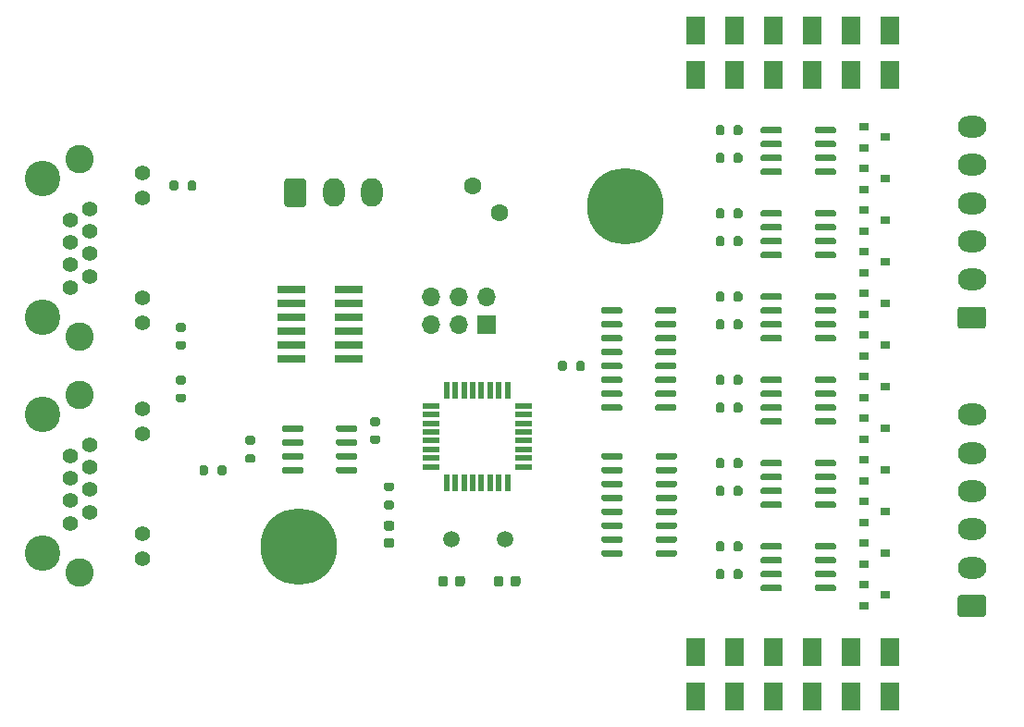
<source format=gts>
G04 #@! TF.GenerationSoftware,KiCad,Pcbnew,(5.1.9)-1*
G04 #@! TF.CreationDate,2021-06-09T23:16:39+02:00*
G04 #@! TF.ProjectId,decoder,6465636f-6465-4722-9e6b-696361645f70,rev?*
G04 #@! TF.SameCoordinates,Original*
G04 #@! TF.FileFunction,Soldermask,Top*
G04 #@! TF.FilePolarity,Negative*
%FSLAX46Y46*%
G04 Gerber Fmt 4.6, Leading zero omitted, Abs format (unit mm)*
G04 Created by KiCad (PCBNEW (5.1.9)-1) date 2021-06-09 23:16:39*
%MOMM*%
%LPD*%
G01*
G04 APERTURE LIST*
%ADD10C,1.400000*%
%ADD11C,2.600000*%
%ADD12C,3.250000*%
%ADD13O,2.600000X2.000000*%
%ADD14R,1.800000X2.500000*%
%ADD15R,0.900000X0.800000*%
%ADD16O,1.700000X1.700000*%
%ADD17R,1.700000X1.700000*%
%ADD18C,1.600000*%
%ADD19R,1.600000X0.550000*%
%ADD20R,0.550000X1.600000*%
%ADD21R,2.650000X0.760000*%
%ADD22O,2.000000X2.600000*%
%ADD23C,0.800000*%
%ADD24C,7.000000*%
%ADD25C,1.500000*%
G04 APERTURE END LIST*
G36*
G01*
X154075000Y-94465000D02*
X154075000Y-94765000D01*
G75*
G02*
X153925000Y-94915000I-150000J0D01*
G01*
X152275000Y-94915000D01*
G75*
G02*
X152125000Y-94765000I0J150000D01*
G01*
X152125000Y-94465000D01*
G75*
G02*
X152275000Y-94315000I150000J0D01*
G01*
X153925000Y-94315000D01*
G75*
G02*
X154075000Y-94465000I0J-150000D01*
G01*
G37*
G36*
G01*
X154075000Y-93195000D02*
X154075000Y-93495000D01*
G75*
G02*
X153925000Y-93645000I-150000J0D01*
G01*
X152275000Y-93645000D01*
G75*
G02*
X152125000Y-93495000I0J150000D01*
G01*
X152125000Y-93195000D01*
G75*
G02*
X152275000Y-93045000I150000J0D01*
G01*
X153925000Y-93045000D01*
G75*
G02*
X154075000Y-93195000I0J-150000D01*
G01*
G37*
G36*
G01*
X154075000Y-91925000D02*
X154075000Y-92225000D01*
G75*
G02*
X153925000Y-92375000I-150000J0D01*
G01*
X152275000Y-92375000D01*
G75*
G02*
X152125000Y-92225000I0J150000D01*
G01*
X152125000Y-91925000D01*
G75*
G02*
X152275000Y-91775000I150000J0D01*
G01*
X153925000Y-91775000D01*
G75*
G02*
X154075000Y-91925000I0J-150000D01*
G01*
G37*
G36*
G01*
X154075000Y-90655000D02*
X154075000Y-90955000D01*
G75*
G02*
X153925000Y-91105000I-150000J0D01*
G01*
X152275000Y-91105000D01*
G75*
G02*
X152125000Y-90955000I0J150000D01*
G01*
X152125000Y-90655000D01*
G75*
G02*
X152275000Y-90505000I150000J0D01*
G01*
X153925000Y-90505000D01*
G75*
G02*
X154075000Y-90655000I0J-150000D01*
G01*
G37*
G36*
G01*
X154075000Y-89385000D02*
X154075000Y-89685000D01*
G75*
G02*
X153925000Y-89835000I-150000J0D01*
G01*
X152275000Y-89835000D01*
G75*
G02*
X152125000Y-89685000I0J150000D01*
G01*
X152125000Y-89385000D01*
G75*
G02*
X152275000Y-89235000I150000J0D01*
G01*
X153925000Y-89235000D01*
G75*
G02*
X154075000Y-89385000I0J-150000D01*
G01*
G37*
G36*
G01*
X154075000Y-88115000D02*
X154075000Y-88415000D01*
G75*
G02*
X153925000Y-88565000I-150000J0D01*
G01*
X152275000Y-88565000D01*
G75*
G02*
X152125000Y-88415000I0J150000D01*
G01*
X152125000Y-88115000D01*
G75*
G02*
X152275000Y-87965000I150000J0D01*
G01*
X153925000Y-87965000D01*
G75*
G02*
X154075000Y-88115000I0J-150000D01*
G01*
G37*
G36*
G01*
X154075000Y-86845000D02*
X154075000Y-87145000D01*
G75*
G02*
X153925000Y-87295000I-150000J0D01*
G01*
X152275000Y-87295000D01*
G75*
G02*
X152125000Y-87145000I0J150000D01*
G01*
X152125000Y-86845000D01*
G75*
G02*
X152275000Y-86695000I150000J0D01*
G01*
X153925000Y-86695000D01*
G75*
G02*
X154075000Y-86845000I0J-150000D01*
G01*
G37*
G36*
G01*
X154075000Y-85575000D02*
X154075000Y-85875000D01*
G75*
G02*
X153925000Y-86025000I-150000J0D01*
G01*
X152275000Y-86025000D01*
G75*
G02*
X152125000Y-85875000I0J150000D01*
G01*
X152125000Y-85575000D01*
G75*
G02*
X152275000Y-85425000I150000J0D01*
G01*
X153925000Y-85425000D01*
G75*
G02*
X154075000Y-85575000I0J-150000D01*
G01*
G37*
G36*
G01*
X159025000Y-85575000D02*
X159025000Y-85875000D01*
G75*
G02*
X158875000Y-86025000I-150000J0D01*
G01*
X157225000Y-86025000D01*
G75*
G02*
X157075000Y-85875000I0J150000D01*
G01*
X157075000Y-85575000D01*
G75*
G02*
X157225000Y-85425000I150000J0D01*
G01*
X158875000Y-85425000D01*
G75*
G02*
X159025000Y-85575000I0J-150000D01*
G01*
G37*
G36*
G01*
X159025000Y-86845000D02*
X159025000Y-87145000D01*
G75*
G02*
X158875000Y-87295000I-150000J0D01*
G01*
X157225000Y-87295000D01*
G75*
G02*
X157075000Y-87145000I0J150000D01*
G01*
X157075000Y-86845000D01*
G75*
G02*
X157225000Y-86695000I150000J0D01*
G01*
X158875000Y-86695000D01*
G75*
G02*
X159025000Y-86845000I0J-150000D01*
G01*
G37*
G36*
G01*
X159025000Y-88115000D02*
X159025000Y-88415000D01*
G75*
G02*
X158875000Y-88565000I-150000J0D01*
G01*
X157225000Y-88565000D01*
G75*
G02*
X157075000Y-88415000I0J150000D01*
G01*
X157075000Y-88115000D01*
G75*
G02*
X157225000Y-87965000I150000J0D01*
G01*
X158875000Y-87965000D01*
G75*
G02*
X159025000Y-88115000I0J-150000D01*
G01*
G37*
G36*
G01*
X159025000Y-89385000D02*
X159025000Y-89685000D01*
G75*
G02*
X158875000Y-89835000I-150000J0D01*
G01*
X157225000Y-89835000D01*
G75*
G02*
X157075000Y-89685000I0J150000D01*
G01*
X157075000Y-89385000D01*
G75*
G02*
X157225000Y-89235000I150000J0D01*
G01*
X158875000Y-89235000D01*
G75*
G02*
X159025000Y-89385000I0J-150000D01*
G01*
G37*
G36*
G01*
X159025000Y-90655000D02*
X159025000Y-90955000D01*
G75*
G02*
X158875000Y-91105000I-150000J0D01*
G01*
X157225000Y-91105000D01*
G75*
G02*
X157075000Y-90955000I0J150000D01*
G01*
X157075000Y-90655000D01*
G75*
G02*
X157225000Y-90505000I150000J0D01*
G01*
X158875000Y-90505000D01*
G75*
G02*
X159025000Y-90655000I0J-150000D01*
G01*
G37*
G36*
G01*
X159025000Y-91925000D02*
X159025000Y-92225000D01*
G75*
G02*
X158875000Y-92375000I-150000J0D01*
G01*
X157225000Y-92375000D01*
G75*
G02*
X157075000Y-92225000I0J150000D01*
G01*
X157075000Y-91925000D01*
G75*
G02*
X157225000Y-91775000I150000J0D01*
G01*
X158875000Y-91775000D01*
G75*
G02*
X159025000Y-91925000I0J-150000D01*
G01*
G37*
G36*
G01*
X159025000Y-93195000D02*
X159025000Y-93495000D01*
G75*
G02*
X158875000Y-93645000I-150000J0D01*
G01*
X157225000Y-93645000D01*
G75*
G02*
X157075000Y-93495000I0J150000D01*
G01*
X157075000Y-93195000D01*
G75*
G02*
X157225000Y-93045000I150000J0D01*
G01*
X158875000Y-93045000D01*
G75*
G02*
X159025000Y-93195000I0J-150000D01*
G01*
G37*
G36*
G01*
X159025000Y-94465000D02*
X159025000Y-94765000D01*
G75*
G02*
X158875000Y-94915000I-150000J0D01*
G01*
X157225000Y-94915000D01*
G75*
G02*
X157075000Y-94765000I0J150000D01*
G01*
X157075000Y-94465000D01*
G75*
G02*
X157225000Y-94315000I150000J0D01*
G01*
X158875000Y-94315000D01*
G75*
G02*
X159025000Y-94465000I0J-150000D01*
G01*
G37*
G36*
G01*
X124865000Y-100180000D02*
X124865000Y-100480000D01*
G75*
G02*
X124715000Y-100630000I-150000J0D01*
G01*
X123065000Y-100630000D01*
G75*
G02*
X122915000Y-100480000I0J150000D01*
G01*
X122915000Y-100180000D01*
G75*
G02*
X123065000Y-100030000I150000J0D01*
G01*
X124715000Y-100030000D01*
G75*
G02*
X124865000Y-100180000I0J-150000D01*
G01*
G37*
G36*
G01*
X124865000Y-98910000D02*
X124865000Y-99210000D01*
G75*
G02*
X124715000Y-99360000I-150000J0D01*
G01*
X123065000Y-99360000D01*
G75*
G02*
X122915000Y-99210000I0J150000D01*
G01*
X122915000Y-98910000D01*
G75*
G02*
X123065000Y-98760000I150000J0D01*
G01*
X124715000Y-98760000D01*
G75*
G02*
X124865000Y-98910000I0J-150000D01*
G01*
G37*
G36*
G01*
X124865000Y-97640000D02*
X124865000Y-97940000D01*
G75*
G02*
X124715000Y-98090000I-150000J0D01*
G01*
X123065000Y-98090000D01*
G75*
G02*
X122915000Y-97940000I0J150000D01*
G01*
X122915000Y-97640000D01*
G75*
G02*
X123065000Y-97490000I150000J0D01*
G01*
X124715000Y-97490000D01*
G75*
G02*
X124865000Y-97640000I0J-150000D01*
G01*
G37*
G36*
G01*
X124865000Y-96370000D02*
X124865000Y-96670000D01*
G75*
G02*
X124715000Y-96820000I-150000J0D01*
G01*
X123065000Y-96820000D01*
G75*
G02*
X122915000Y-96670000I0J150000D01*
G01*
X122915000Y-96370000D01*
G75*
G02*
X123065000Y-96220000I150000J0D01*
G01*
X124715000Y-96220000D01*
G75*
G02*
X124865000Y-96370000I0J-150000D01*
G01*
G37*
G36*
G01*
X129815000Y-96370000D02*
X129815000Y-96670000D01*
G75*
G02*
X129665000Y-96820000I-150000J0D01*
G01*
X128015000Y-96820000D01*
G75*
G02*
X127865000Y-96670000I0J150000D01*
G01*
X127865000Y-96370000D01*
G75*
G02*
X128015000Y-96220000I150000J0D01*
G01*
X129665000Y-96220000D01*
G75*
G02*
X129815000Y-96370000I0J-150000D01*
G01*
G37*
G36*
G01*
X129815000Y-97640000D02*
X129815000Y-97940000D01*
G75*
G02*
X129665000Y-98090000I-150000J0D01*
G01*
X128015000Y-98090000D01*
G75*
G02*
X127865000Y-97940000I0J150000D01*
G01*
X127865000Y-97640000D01*
G75*
G02*
X128015000Y-97490000I150000J0D01*
G01*
X129665000Y-97490000D01*
G75*
G02*
X129815000Y-97640000I0J-150000D01*
G01*
G37*
G36*
G01*
X129815000Y-98910000D02*
X129815000Y-99210000D01*
G75*
G02*
X129665000Y-99360000I-150000J0D01*
G01*
X128015000Y-99360000D01*
G75*
G02*
X127865000Y-99210000I0J150000D01*
G01*
X127865000Y-98910000D01*
G75*
G02*
X128015000Y-98760000I150000J0D01*
G01*
X129665000Y-98760000D01*
G75*
G02*
X129815000Y-98910000I0J-150000D01*
G01*
G37*
G36*
G01*
X129815000Y-100180000D02*
X129815000Y-100480000D01*
G75*
G02*
X129665000Y-100630000I-150000J0D01*
G01*
X128015000Y-100630000D01*
G75*
G02*
X127865000Y-100480000I0J150000D01*
G01*
X127865000Y-100180000D01*
G75*
G02*
X128015000Y-100030000I150000J0D01*
G01*
X129665000Y-100030000D01*
G75*
G02*
X129815000Y-100180000I0J-150000D01*
G01*
G37*
G36*
G01*
X154110000Y-107800000D02*
X154110000Y-108100000D01*
G75*
G02*
X153960000Y-108250000I-150000J0D01*
G01*
X152310000Y-108250000D01*
G75*
G02*
X152160000Y-108100000I0J150000D01*
G01*
X152160000Y-107800000D01*
G75*
G02*
X152310000Y-107650000I150000J0D01*
G01*
X153960000Y-107650000D01*
G75*
G02*
X154110000Y-107800000I0J-150000D01*
G01*
G37*
G36*
G01*
X154110000Y-106530000D02*
X154110000Y-106830000D01*
G75*
G02*
X153960000Y-106980000I-150000J0D01*
G01*
X152310000Y-106980000D01*
G75*
G02*
X152160000Y-106830000I0J150000D01*
G01*
X152160000Y-106530000D01*
G75*
G02*
X152310000Y-106380000I150000J0D01*
G01*
X153960000Y-106380000D01*
G75*
G02*
X154110000Y-106530000I0J-150000D01*
G01*
G37*
G36*
G01*
X154110000Y-105260000D02*
X154110000Y-105560000D01*
G75*
G02*
X153960000Y-105710000I-150000J0D01*
G01*
X152310000Y-105710000D01*
G75*
G02*
X152160000Y-105560000I0J150000D01*
G01*
X152160000Y-105260000D01*
G75*
G02*
X152310000Y-105110000I150000J0D01*
G01*
X153960000Y-105110000D01*
G75*
G02*
X154110000Y-105260000I0J-150000D01*
G01*
G37*
G36*
G01*
X154110000Y-103990000D02*
X154110000Y-104290000D01*
G75*
G02*
X153960000Y-104440000I-150000J0D01*
G01*
X152310000Y-104440000D01*
G75*
G02*
X152160000Y-104290000I0J150000D01*
G01*
X152160000Y-103990000D01*
G75*
G02*
X152310000Y-103840000I150000J0D01*
G01*
X153960000Y-103840000D01*
G75*
G02*
X154110000Y-103990000I0J-150000D01*
G01*
G37*
G36*
G01*
X154110000Y-102720000D02*
X154110000Y-103020000D01*
G75*
G02*
X153960000Y-103170000I-150000J0D01*
G01*
X152310000Y-103170000D01*
G75*
G02*
X152160000Y-103020000I0J150000D01*
G01*
X152160000Y-102720000D01*
G75*
G02*
X152310000Y-102570000I150000J0D01*
G01*
X153960000Y-102570000D01*
G75*
G02*
X154110000Y-102720000I0J-150000D01*
G01*
G37*
G36*
G01*
X154110000Y-101450000D02*
X154110000Y-101750000D01*
G75*
G02*
X153960000Y-101900000I-150000J0D01*
G01*
X152310000Y-101900000D01*
G75*
G02*
X152160000Y-101750000I0J150000D01*
G01*
X152160000Y-101450000D01*
G75*
G02*
X152310000Y-101300000I150000J0D01*
G01*
X153960000Y-101300000D01*
G75*
G02*
X154110000Y-101450000I0J-150000D01*
G01*
G37*
G36*
G01*
X154110000Y-100180000D02*
X154110000Y-100480000D01*
G75*
G02*
X153960000Y-100630000I-150000J0D01*
G01*
X152310000Y-100630000D01*
G75*
G02*
X152160000Y-100480000I0J150000D01*
G01*
X152160000Y-100180000D01*
G75*
G02*
X152310000Y-100030000I150000J0D01*
G01*
X153960000Y-100030000D01*
G75*
G02*
X154110000Y-100180000I0J-150000D01*
G01*
G37*
G36*
G01*
X154110000Y-98910000D02*
X154110000Y-99210000D01*
G75*
G02*
X153960000Y-99360000I-150000J0D01*
G01*
X152310000Y-99360000D01*
G75*
G02*
X152160000Y-99210000I0J150000D01*
G01*
X152160000Y-98910000D01*
G75*
G02*
X152310000Y-98760000I150000J0D01*
G01*
X153960000Y-98760000D01*
G75*
G02*
X154110000Y-98910000I0J-150000D01*
G01*
G37*
G36*
G01*
X159060000Y-98910000D02*
X159060000Y-99210000D01*
G75*
G02*
X158910000Y-99360000I-150000J0D01*
G01*
X157260000Y-99360000D01*
G75*
G02*
X157110000Y-99210000I0J150000D01*
G01*
X157110000Y-98910000D01*
G75*
G02*
X157260000Y-98760000I150000J0D01*
G01*
X158910000Y-98760000D01*
G75*
G02*
X159060000Y-98910000I0J-150000D01*
G01*
G37*
G36*
G01*
X159060000Y-100180000D02*
X159060000Y-100480000D01*
G75*
G02*
X158910000Y-100630000I-150000J0D01*
G01*
X157260000Y-100630000D01*
G75*
G02*
X157110000Y-100480000I0J150000D01*
G01*
X157110000Y-100180000D01*
G75*
G02*
X157260000Y-100030000I150000J0D01*
G01*
X158910000Y-100030000D01*
G75*
G02*
X159060000Y-100180000I0J-150000D01*
G01*
G37*
G36*
G01*
X159060000Y-101450000D02*
X159060000Y-101750000D01*
G75*
G02*
X158910000Y-101900000I-150000J0D01*
G01*
X157260000Y-101900000D01*
G75*
G02*
X157110000Y-101750000I0J150000D01*
G01*
X157110000Y-101450000D01*
G75*
G02*
X157260000Y-101300000I150000J0D01*
G01*
X158910000Y-101300000D01*
G75*
G02*
X159060000Y-101450000I0J-150000D01*
G01*
G37*
G36*
G01*
X159060000Y-102720000D02*
X159060000Y-103020000D01*
G75*
G02*
X158910000Y-103170000I-150000J0D01*
G01*
X157260000Y-103170000D01*
G75*
G02*
X157110000Y-103020000I0J150000D01*
G01*
X157110000Y-102720000D01*
G75*
G02*
X157260000Y-102570000I150000J0D01*
G01*
X158910000Y-102570000D01*
G75*
G02*
X159060000Y-102720000I0J-150000D01*
G01*
G37*
G36*
G01*
X159060000Y-103990000D02*
X159060000Y-104290000D01*
G75*
G02*
X158910000Y-104440000I-150000J0D01*
G01*
X157260000Y-104440000D01*
G75*
G02*
X157110000Y-104290000I0J150000D01*
G01*
X157110000Y-103990000D01*
G75*
G02*
X157260000Y-103840000I150000J0D01*
G01*
X158910000Y-103840000D01*
G75*
G02*
X159060000Y-103990000I0J-150000D01*
G01*
G37*
G36*
G01*
X159060000Y-105260000D02*
X159060000Y-105560000D01*
G75*
G02*
X158910000Y-105710000I-150000J0D01*
G01*
X157260000Y-105710000D01*
G75*
G02*
X157110000Y-105560000I0J150000D01*
G01*
X157110000Y-105260000D01*
G75*
G02*
X157260000Y-105110000I150000J0D01*
G01*
X158910000Y-105110000D01*
G75*
G02*
X159060000Y-105260000I0J-150000D01*
G01*
G37*
G36*
G01*
X159060000Y-106530000D02*
X159060000Y-106830000D01*
G75*
G02*
X158910000Y-106980000I-150000J0D01*
G01*
X157260000Y-106980000D01*
G75*
G02*
X157110000Y-106830000I0J150000D01*
G01*
X157110000Y-106530000D01*
G75*
G02*
X157260000Y-106380000I150000J0D01*
G01*
X158910000Y-106380000D01*
G75*
G02*
X159060000Y-106530000I0J-150000D01*
G01*
G37*
G36*
G01*
X159060000Y-107800000D02*
X159060000Y-108100000D01*
G75*
G02*
X158910000Y-108250000I-150000J0D01*
G01*
X157260000Y-108250000D01*
G75*
G02*
X157110000Y-108100000I0J150000D01*
G01*
X157110000Y-107800000D01*
G75*
G02*
X157260000Y-107650000I150000J0D01*
G01*
X158910000Y-107650000D01*
G75*
G02*
X159060000Y-107800000I0J-150000D01*
G01*
G37*
G36*
G01*
X113940000Y-87650000D02*
X113390000Y-87650000D01*
G75*
G02*
X113190000Y-87450000I0J200000D01*
G01*
X113190000Y-87050000D01*
G75*
G02*
X113390000Y-86850000I200000J0D01*
G01*
X113940000Y-86850000D01*
G75*
G02*
X114140000Y-87050000I0J-200000D01*
G01*
X114140000Y-87450000D01*
G75*
G02*
X113940000Y-87650000I-200000J0D01*
G01*
G37*
G36*
G01*
X113940000Y-89300000D02*
X113390000Y-89300000D01*
G75*
G02*
X113190000Y-89100000I0J200000D01*
G01*
X113190000Y-88700000D01*
G75*
G02*
X113390000Y-88500000I200000J0D01*
G01*
X113940000Y-88500000D01*
G75*
G02*
X114140000Y-88700000I0J-200000D01*
G01*
X114140000Y-89100000D01*
G75*
G02*
X113940000Y-89300000I-200000J0D01*
G01*
G37*
G36*
G01*
X113430000Y-74020000D02*
X113430000Y-74570000D01*
G75*
G02*
X113230000Y-74770000I-200000J0D01*
G01*
X112830000Y-74770000D01*
G75*
G02*
X112630000Y-74570000I0J200000D01*
G01*
X112630000Y-74020000D01*
G75*
G02*
X112830000Y-73820000I200000J0D01*
G01*
X113230000Y-73820000D01*
G75*
G02*
X113430000Y-74020000I0J-200000D01*
G01*
G37*
G36*
G01*
X115080000Y-74020000D02*
X115080000Y-74570000D01*
G75*
G02*
X114880000Y-74770000I-200000J0D01*
G01*
X114480000Y-74770000D01*
G75*
G02*
X114280000Y-74570000I0J200000D01*
G01*
X114280000Y-74020000D01*
G75*
G02*
X114480000Y-73820000I200000J0D01*
G01*
X114880000Y-73820000D01*
G75*
G02*
X115080000Y-74020000I0J-200000D01*
G01*
G37*
G36*
G01*
X116161000Y-100055000D02*
X116161000Y-100605000D01*
G75*
G02*
X115961000Y-100805000I-200000J0D01*
G01*
X115561000Y-100805000D01*
G75*
G02*
X115361000Y-100605000I0J200000D01*
G01*
X115361000Y-100055000D01*
G75*
G02*
X115561000Y-99855000I200000J0D01*
G01*
X115961000Y-99855000D01*
G75*
G02*
X116161000Y-100055000I0J-200000D01*
G01*
G37*
G36*
G01*
X117811000Y-100055000D02*
X117811000Y-100605000D01*
G75*
G02*
X117611000Y-100805000I-200000J0D01*
G01*
X117211000Y-100805000D01*
G75*
G02*
X117011000Y-100605000I0J200000D01*
G01*
X117011000Y-100055000D01*
G75*
G02*
X117211000Y-99855000I200000J0D01*
G01*
X117611000Y-99855000D01*
G75*
G02*
X117811000Y-100055000I0J-200000D01*
G01*
G37*
G36*
G01*
X113390000Y-93325000D02*
X113940000Y-93325000D01*
G75*
G02*
X114140000Y-93525000I0J-200000D01*
G01*
X114140000Y-93925000D01*
G75*
G02*
X113940000Y-94125000I-200000J0D01*
G01*
X113390000Y-94125000D01*
G75*
G02*
X113190000Y-93925000I0J200000D01*
G01*
X113190000Y-93525000D01*
G75*
G02*
X113390000Y-93325000I200000J0D01*
G01*
G37*
G36*
G01*
X113390000Y-91675000D02*
X113940000Y-91675000D01*
G75*
G02*
X114140000Y-91875000I0J-200000D01*
G01*
X114140000Y-92275000D01*
G75*
G02*
X113940000Y-92475000I-200000J0D01*
G01*
X113390000Y-92475000D01*
G75*
G02*
X113190000Y-92275000I0J200000D01*
G01*
X113190000Y-91875000D01*
G75*
G02*
X113390000Y-91675000I200000J0D01*
G01*
G37*
D10*
X110105000Y-73150000D03*
X110105000Y-75440000D03*
X110105000Y-84580000D03*
X110105000Y-86870000D03*
X105285000Y-76440000D03*
X103505000Y-77460000D03*
X105285000Y-78480000D03*
X103505000Y-79500000D03*
X105285000Y-80520000D03*
X103505000Y-81540000D03*
X105285000Y-82560000D03*
X103505000Y-83580000D03*
D11*
X104395000Y-88140000D03*
X104395000Y-71880000D03*
D12*
X100965000Y-86360000D03*
X100965000Y-73660000D03*
D10*
X110105000Y-94740000D03*
X110105000Y-97030000D03*
X110105000Y-106170000D03*
X110105000Y-108460000D03*
X105285000Y-98030000D03*
X103505000Y-99050000D03*
X105285000Y-100070000D03*
X103505000Y-101090000D03*
X105285000Y-102110000D03*
X103505000Y-103130000D03*
X105285000Y-104150000D03*
X103505000Y-105170000D03*
D11*
X104395000Y-109730000D03*
X104395000Y-93470000D03*
D12*
X100965000Y-107950000D03*
X100965000Y-95250000D03*
D13*
X186055000Y-68875000D03*
X186055000Y-72375000D03*
X186055000Y-75875000D03*
X186055000Y-79375000D03*
X186055000Y-82875000D03*
G36*
G01*
X187105000Y-87375000D02*
X185005000Y-87375000D01*
G75*
G02*
X184755000Y-87125000I0J250000D01*
G01*
X184755000Y-85625000D01*
G75*
G02*
X185005000Y-85375000I250000J0D01*
G01*
X187105000Y-85375000D01*
G75*
G02*
X187355000Y-85625000I0J-250000D01*
G01*
X187355000Y-87125000D01*
G75*
G02*
X187105000Y-87375000I-250000J0D01*
G01*
G37*
D14*
X175006000Y-64103000D03*
X175006000Y-60103000D03*
X178562000Y-64103000D03*
X178562000Y-60103000D03*
X167894000Y-64103000D03*
X167894000Y-60103000D03*
X171450000Y-64103000D03*
X171450000Y-60103000D03*
X160782000Y-64103000D03*
X160782000Y-60103000D03*
X164338000Y-64103000D03*
X164338000Y-60103000D03*
X164338000Y-116999000D03*
X164338000Y-120999000D03*
X160782000Y-116999000D03*
X160782000Y-120999000D03*
X171450000Y-116999000D03*
X171450000Y-120999000D03*
X167894000Y-116999000D03*
X167894000Y-120999000D03*
X178562000Y-116999000D03*
X178562000Y-120999000D03*
X175006000Y-116999000D03*
X175006000Y-120999000D03*
G36*
G01*
X171680000Y-69365000D02*
X171680000Y-69065000D01*
G75*
G02*
X171830000Y-68915000I150000J0D01*
G01*
X173480000Y-68915000D01*
G75*
G02*
X173630000Y-69065000I0J-150000D01*
G01*
X173630000Y-69365000D01*
G75*
G02*
X173480000Y-69515000I-150000J0D01*
G01*
X171830000Y-69515000D01*
G75*
G02*
X171680000Y-69365000I0J150000D01*
G01*
G37*
G36*
G01*
X171680000Y-70635000D02*
X171680000Y-70335000D01*
G75*
G02*
X171830000Y-70185000I150000J0D01*
G01*
X173480000Y-70185000D01*
G75*
G02*
X173630000Y-70335000I0J-150000D01*
G01*
X173630000Y-70635000D01*
G75*
G02*
X173480000Y-70785000I-150000J0D01*
G01*
X171830000Y-70785000D01*
G75*
G02*
X171680000Y-70635000I0J150000D01*
G01*
G37*
G36*
G01*
X171680000Y-71905000D02*
X171680000Y-71605000D01*
G75*
G02*
X171830000Y-71455000I150000J0D01*
G01*
X173480000Y-71455000D01*
G75*
G02*
X173630000Y-71605000I0J-150000D01*
G01*
X173630000Y-71905000D01*
G75*
G02*
X173480000Y-72055000I-150000J0D01*
G01*
X171830000Y-72055000D01*
G75*
G02*
X171680000Y-71905000I0J150000D01*
G01*
G37*
G36*
G01*
X171680000Y-73175000D02*
X171680000Y-72875000D01*
G75*
G02*
X171830000Y-72725000I150000J0D01*
G01*
X173480000Y-72725000D01*
G75*
G02*
X173630000Y-72875000I0J-150000D01*
G01*
X173630000Y-73175000D01*
G75*
G02*
X173480000Y-73325000I-150000J0D01*
G01*
X171830000Y-73325000D01*
G75*
G02*
X171680000Y-73175000I0J150000D01*
G01*
G37*
G36*
G01*
X166730000Y-73175000D02*
X166730000Y-72875000D01*
G75*
G02*
X166880000Y-72725000I150000J0D01*
G01*
X168530000Y-72725000D01*
G75*
G02*
X168680000Y-72875000I0J-150000D01*
G01*
X168680000Y-73175000D01*
G75*
G02*
X168530000Y-73325000I-150000J0D01*
G01*
X166880000Y-73325000D01*
G75*
G02*
X166730000Y-73175000I0J150000D01*
G01*
G37*
G36*
G01*
X166730000Y-71905000D02*
X166730000Y-71605000D01*
G75*
G02*
X166880000Y-71455000I150000J0D01*
G01*
X168530000Y-71455000D01*
G75*
G02*
X168680000Y-71605000I0J-150000D01*
G01*
X168680000Y-71905000D01*
G75*
G02*
X168530000Y-72055000I-150000J0D01*
G01*
X166880000Y-72055000D01*
G75*
G02*
X166730000Y-71905000I0J150000D01*
G01*
G37*
G36*
G01*
X166730000Y-70635000D02*
X166730000Y-70335000D01*
G75*
G02*
X166880000Y-70185000I150000J0D01*
G01*
X168530000Y-70185000D01*
G75*
G02*
X168680000Y-70335000I0J-150000D01*
G01*
X168680000Y-70635000D01*
G75*
G02*
X168530000Y-70785000I-150000J0D01*
G01*
X166880000Y-70785000D01*
G75*
G02*
X166730000Y-70635000I0J150000D01*
G01*
G37*
G36*
G01*
X166730000Y-69365000D02*
X166730000Y-69065000D01*
G75*
G02*
X166880000Y-68915000I150000J0D01*
G01*
X168530000Y-68915000D01*
G75*
G02*
X168680000Y-69065000I0J-150000D01*
G01*
X168680000Y-69365000D01*
G75*
G02*
X168530000Y-69515000I-150000J0D01*
G01*
X166880000Y-69515000D01*
G75*
G02*
X166730000Y-69365000I0J150000D01*
G01*
G37*
G36*
G01*
X171680000Y-76985000D02*
X171680000Y-76685000D01*
G75*
G02*
X171830000Y-76535000I150000J0D01*
G01*
X173480000Y-76535000D01*
G75*
G02*
X173630000Y-76685000I0J-150000D01*
G01*
X173630000Y-76985000D01*
G75*
G02*
X173480000Y-77135000I-150000J0D01*
G01*
X171830000Y-77135000D01*
G75*
G02*
X171680000Y-76985000I0J150000D01*
G01*
G37*
G36*
G01*
X171680000Y-78255000D02*
X171680000Y-77955000D01*
G75*
G02*
X171830000Y-77805000I150000J0D01*
G01*
X173480000Y-77805000D01*
G75*
G02*
X173630000Y-77955000I0J-150000D01*
G01*
X173630000Y-78255000D01*
G75*
G02*
X173480000Y-78405000I-150000J0D01*
G01*
X171830000Y-78405000D01*
G75*
G02*
X171680000Y-78255000I0J150000D01*
G01*
G37*
G36*
G01*
X171680000Y-79525000D02*
X171680000Y-79225000D01*
G75*
G02*
X171830000Y-79075000I150000J0D01*
G01*
X173480000Y-79075000D01*
G75*
G02*
X173630000Y-79225000I0J-150000D01*
G01*
X173630000Y-79525000D01*
G75*
G02*
X173480000Y-79675000I-150000J0D01*
G01*
X171830000Y-79675000D01*
G75*
G02*
X171680000Y-79525000I0J150000D01*
G01*
G37*
G36*
G01*
X171680000Y-80795000D02*
X171680000Y-80495000D01*
G75*
G02*
X171830000Y-80345000I150000J0D01*
G01*
X173480000Y-80345000D01*
G75*
G02*
X173630000Y-80495000I0J-150000D01*
G01*
X173630000Y-80795000D01*
G75*
G02*
X173480000Y-80945000I-150000J0D01*
G01*
X171830000Y-80945000D01*
G75*
G02*
X171680000Y-80795000I0J150000D01*
G01*
G37*
G36*
G01*
X166730000Y-80795000D02*
X166730000Y-80495000D01*
G75*
G02*
X166880000Y-80345000I150000J0D01*
G01*
X168530000Y-80345000D01*
G75*
G02*
X168680000Y-80495000I0J-150000D01*
G01*
X168680000Y-80795000D01*
G75*
G02*
X168530000Y-80945000I-150000J0D01*
G01*
X166880000Y-80945000D01*
G75*
G02*
X166730000Y-80795000I0J150000D01*
G01*
G37*
G36*
G01*
X166730000Y-79525000D02*
X166730000Y-79225000D01*
G75*
G02*
X166880000Y-79075000I150000J0D01*
G01*
X168530000Y-79075000D01*
G75*
G02*
X168680000Y-79225000I0J-150000D01*
G01*
X168680000Y-79525000D01*
G75*
G02*
X168530000Y-79675000I-150000J0D01*
G01*
X166880000Y-79675000D01*
G75*
G02*
X166730000Y-79525000I0J150000D01*
G01*
G37*
G36*
G01*
X166730000Y-78255000D02*
X166730000Y-77955000D01*
G75*
G02*
X166880000Y-77805000I150000J0D01*
G01*
X168530000Y-77805000D01*
G75*
G02*
X168680000Y-77955000I0J-150000D01*
G01*
X168680000Y-78255000D01*
G75*
G02*
X168530000Y-78405000I-150000J0D01*
G01*
X166880000Y-78405000D01*
G75*
G02*
X166730000Y-78255000I0J150000D01*
G01*
G37*
G36*
G01*
X166730000Y-76985000D02*
X166730000Y-76685000D01*
G75*
G02*
X166880000Y-76535000I150000J0D01*
G01*
X168530000Y-76535000D01*
G75*
G02*
X168680000Y-76685000I0J-150000D01*
G01*
X168680000Y-76985000D01*
G75*
G02*
X168530000Y-77135000I-150000J0D01*
G01*
X166880000Y-77135000D01*
G75*
G02*
X166730000Y-76985000I0J150000D01*
G01*
G37*
G36*
G01*
X171680000Y-84605000D02*
X171680000Y-84305000D01*
G75*
G02*
X171830000Y-84155000I150000J0D01*
G01*
X173480000Y-84155000D01*
G75*
G02*
X173630000Y-84305000I0J-150000D01*
G01*
X173630000Y-84605000D01*
G75*
G02*
X173480000Y-84755000I-150000J0D01*
G01*
X171830000Y-84755000D01*
G75*
G02*
X171680000Y-84605000I0J150000D01*
G01*
G37*
G36*
G01*
X171680000Y-85875000D02*
X171680000Y-85575000D01*
G75*
G02*
X171830000Y-85425000I150000J0D01*
G01*
X173480000Y-85425000D01*
G75*
G02*
X173630000Y-85575000I0J-150000D01*
G01*
X173630000Y-85875000D01*
G75*
G02*
X173480000Y-86025000I-150000J0D01*
G01*
X171830000Y-86025000D01*
G75*
G02*
X171680000Y-85875000I0J150000D01*
G01*
G37*
G36*
G01*
X171680000Y-87145000D02*
X171680000Y-86845000D01*
G75*
G02*
X171830000Y-86695000I150000J0D01*
G01*
X173480000Y-86695000D01*
G75*
G02*
X173630000Y-86845000I0J-150000D01*
G01*
X173630000Y-87145000D01*
G75*
G02*
X173480000Y-87295000I-150000J0D01*
G01*
X171830000Y-87295000D01*
G75*
G02*
X171680000Y-87145000I0J150000D01*
G01*
G37*
G36*
G01*
X171680000Y-88415000D02*
X171680000Y-88115000D01*
G75*
G02*
X171830000Y-87965000I150000J0D01*
G01*
X173480000Y-87965000D01*
G75*
G02*
X173630000Y-88115000I0J-150000D01*
G01*
X173630000Y-88415000D01*
G75*
G02*
X173480000Y-88565000I-150000J0D01*
G01*
X171830000Y-88565000D01*
G75*
G02*
X171680000Y-88415000I0J150000D01*
G01*
G37*
G36*
G01*
X166730000Y-88415000D02*
X166730000Y-88115000D01*
G75*
G02*
X166880000Y-87965000I150000J0D01*
G01*
X168530000Y-87965000D01*
G75*
G02*
X168680000Y-88115000I0J-150000D01*
G01*
X168680000Y-88415000D01*
G75*
G02*
X168530000Y-88565000I-150000J0D01*
G01*
X166880000Y-88565000D01*
G75*
G02*
X166730000Y-88415000I0J150000D01*
G01*
G37*
G36*
G01*
X166730000Y-87145000D02*
X166730000Y-86845000D01*
G75*
G02*
X166880000Y-86695000I150000J0D01*
G01*
X168530000Y-86695000D01*
G75*
G02*
X168680000Y-86845000I0J-150000D01*
G01*
X168680000Y-87145000D01*
G75*
G02*
X168530000Y-87295000I-150000J0D01*
G01*
X166880000Y-87295000D01*
G75*
G02*
X166730000Y-87145000I0J150000D01*
G01*
G37*
G36*
G01*
X166730000Y-85875000D02*
X166730000Y-85575000D01*
G75*
G02*
X166880000Y-85425000I150000J0D01*
G01*
X168530000Y-85425000D01*
G75*
G02*
X168680000Y-85575000I0J-150000D01*
G01*
X168680000Y-85875000D01*
G75*
G02*
X168530000Y-86025000I-150000J0D01*
G01*
X166880000Y-86025000D01*
G75*
G02*
X166730000Y-85875000I0J150000D01*
G01*
G37*
G36*
G01*
X166730000Y-84605000D02*
X166730000Y-84305000D01*
G75*
G02*
X166880000Y-84155000I150000J0D01*
G01*
X168530000Y-84155000D01*
G75*
G02*
X168680000Y-84305000I0J-150000D01*
G01*
X168680000Y-84605000D01*
G75*
G02*
X168530000Y-84755000I-150000J0D01*
G01*
X166880000Y-84755000D01*
G75*
G02*
X166730000Y-84605000I0J150000D01*
G01*
G37*
G36*
G01*
X171680000Y-92225000D02*
X171680000Y-91925000D01*
G75*
G02*
X171830000Y-91775000I150000J0D01*
G01*
X173480000Y-91775000D01*
G75*
G02*
X173630000Y-91925000I0J-150000D01*
G01*
X173630000Y-92225000D01*
G75*
G02*
X173480000Y-92375000I-150000J0D01*
G01*
X171830000Y-92375000D01*
G75*
G02*
X171680000Y-92225000I0J150000D01*
G01*
G37*
G36*
G01*
X171680000Y-93495000D02*
X171680000Y-93195000D01*
G75*
G02*
X171830000Y-93045000I150000J0D01*
G01*
X173480000Y-93045000D01*
G75*
G02*
X173630000Y-93195000I0J-150000D01*
G01*
X173630000Y-93495000D01*
G75*
G02*
X173480000Y-93645000I-150000J0D01*
G01*
X171830000Y-93645000D01*
G75*
G02*
X171680000Y-93495000I0J150000D01*
G01*
G37*
G36*
G01*
X171680000Y-94765000D02*
X171680000Y-94465000D01*
G75*
G02*
X171830000Y-94315000I150000J0D01*
G01*
X173480000Y-94315000D01*
G75*
G02*
X173630000Y-94465000I0J-150000D01*
G01*
X173630000Y-94765000D01*
G75*
G02*
X173480000Y-94915000I-150000J0D01*
G01*
X171830000Y-94915000D01*
G75*
G02*
X171680000Y-94765000I0J150000D01*
G01*
G37*
G36*
G01*
X171680000Y-96035000D02*
X171680000Y-95735000D01*
G75*
G02*
X171830000Y-95585000I150000J0D01*
G01*
X173480000Y-95585000D01*
G75*
G02*
X173630000Y-95735000I0J-150000D01*
G01*
X173630000Y-96035000D01*
G75*
G02*
X173480000Y-96185000I-150000J0D01*
G01*
X171830000Y-96185000D01*
G75*
G02*
X171680000Y-96035000I0J150000D01*
G01*
G37*
G36*
G01*
X166730000Y-96035000D02*
X166730000Y-95735000D01*
G75*
G02*
X166880000Y-95585000I150000J0D01*
G01*
X168530000Y-95585000D01*
G75*
G02*
X168680000Y-95735000I0J-150000D01*
G01*
X168680000Y-96035000D01*
G75*
G02*
X168530000Y-96185000I-150000J0D01*
G01*
X166880000Y-96185000D01*
G75*
G02*
X166730000Y-96035000I0J150000D01*
G01*
G37*
G36*
G01*
X166730000Y-94765000D02*
X166730000Y-94465000D01*
G75*
G02*
X166880000Y-94315000I150000J0D01*
G01*
X168530000Y-94315000D01*
G75*
G02*
X168680000Y-94465000I0J-150000D01*
G01*
X168680000Y-94765000D01*
G75*
G02*
X168530000Y-94915000I-150000J0D01*
G01*
X166880000Y-94915000D01*
G75*
G02*
X166730000Y-94765000I0J150000D01*
G01*
G37*
G36*
G01*
X166730000Y-93495000D02*
X166730000Y-93195000D01*
G75*
G02*
X166880000Y-93045000I150000J0D01*
G01*
X168530000Y-93045000D01*
G75*
G02*
X168680000Y-93195000I0J-150000D01*
G01*
X168680000Y-93495000D01*
G75*
G02*
X168530000Y-93645000I-150000J0D01*
G01*
X166880000Y-93645000D01*
G75*
G02*
X166730000Y-93495000I0J150000D01*
G01*
G37*
G36*
G01*
X166730000Y-92225000D02*
X166730000Y-91925000D01*
G75*
G02*
X166880000Y-91775000I150000J0D01*
G01*
X168530000Y-91775000D01*
G75*
G02*
X168680000Y-91925000I0J-150000D01*
G01*
X168680000Y-92225000D01*
G75*
G02*
X168530000Y-92375000I-150000J0D01*
G01*
X166880000Y-92375000D01*
G75*
G02*
X166730000Y-92225000I0J150000D01*
G01*
G37*
G36*
G01*
X171680000Y-99845000D02*
X171680000Y-99545000D01*
G75*
G02*
X171830000Y-99395000I150000J0D01*
G01*
X173480000Y-99395000D01*
G75*
G02*
X173630000Y-99545000I0J-150000D01*
G01*
X173630000Y-99845000D01*
G75*
G02*
X173480000Y-99995000I-150000J0D01*
G01*
X171830000Y-99995000D01*
G75*
G02*
X171680000Y-99845000I0J150000D01*
G01*
G37*
G36*
G01*
X171680000Y-101115000D02*
X171680000Y-100815000D01*
G75*
G02*
X171830000Y-100665000I150000J0D01*
G01*
X173480000Y-100665000D01*
G75*
G02*
X173630000Y-100815000I0J-150000D01*
G01*
X173630000Y-101115000D01*
G75*
G02*
X173480000Y-101265000I-150000J0D01*
G01*
X171830000Y-101265000D01*
G75*
G02*
X171680000Y-101115000I0J150000D01*
G01*
G37*
G36*
G01*
X171680000Y-102385000D02*
X171680000Y-102085000D01*
G75*
G02*
X171830000Y-101935000I150000J0D01*
G01*
X173480000Y-101935000D01*
G75*
G02*
X173630000Y-102085000I0J-150000D01*
G01*
X173630000Y-102385000D01*
G75*
G02*
X173480000Y-102535000I-150000J0D01*
G01*
X171830000Y-102535000D01*
G75*
G02*
X171680000Y-102385000I0J150000D01*
G01*
G37*
G36*
G01*
X171680000Y-103655000D02*
X171680000Y-103355000D01*
G75*
G02*
X171830000Y-103205000I150000J0D01*
G01*
X173480000Y-103205000D01*
G75*
G02*
X173630000Y-103355000I0J-150000D01*
G01*
X173630000Y-103655000D01*
G75*
G02*
X173480000Y-103805000I-150000J0D01*
G01*
X171830000Y-103805000D01*
G75*
G02*
X171680000Y-103655000I0J150000D01*
G01*
G37*
G36*
G01*
X166730000Y-103655000D02*
X166730000Y-103355000D01*
G75*
G02*
X166880000Y-103205000I150000J0D01*
G01*
X168530000Y-103205000D01*
G75*
G02*
X168680000Y-103355000I0J-150000D01*
G01*
X168680000Y-103655000D01*
G75*
G02*
X168530000Y-103805000I-150000J0D01*
G01*
X166880000Y-103805000D01*
G75*
G02*
X166730000Y-103655000I0J150000D01*
G01*
G37*
G36*
G01*
X166730000Y-102385000D02*
X166730000Y-102085000D01*
G75*
G02*
X166880000Y-101935000I150000J0D01*
G01*
X168530000Y-101935000D01*
G75*
G02*
X168680000Y-102085000I0J-150000D01*
G01*
X168680000Y-102385000D01*
G75*
G02*
X168530000Y-102535000I-150000J0D01*
G01*
X166880000Y-102535000D01*
G75*
G02*
X166730000Y-102385000I0J150000D01*
G01*
G37*
G36*
G01*
X166730000Y-101115000D02*
X166730000Y-100815000D01*
G75*
G02*
X166880000Y-100665000I150000J0D01*
G01*
X168530000Y-100665000D01*
G75*
G02*
X168680000Y-100815000I0J-150000D01*
G01*
X168680000Y-101115000D01*
G75*
G02*
X168530000Y-101265000I-150000J0D01*
G01*
X166880000Y-101265000D01*
G75*
G02*
X166730000Y-101115000I0J150000D01*
G01*
G37*
G36*
G01*
X166730000Y-99845000D02*
X166730000Y-99545000D01*
G75*
G02*
X166880000Y-99395000I150000J0D01*
G01*
X168530000Y-99395000D01*
G75*
G02*
X168680000Y-99545000I0J-150000D01*
G01*
X168680000Y-99845000D01*
G75*
G02*
X168530000Y-99995000I-150000J0D01*
G01*
X166880000Y-99995000D01*
G75*
G02*
X166730000Y-99845000I0J150000D01*
G01*
G37*
G36*
G01*
X171680000Y-107465000D02*
X171680000Y-107165000D01*
G75*
G02*
X171830000Y-107015000I150000J0D01*
G01*
X173480000Y-107015000D01*
G75*
G02*
X173630000Y-107165000I0J-150000D01*
G01*
X173630000Y-107465000D01*
G75*
G02*
X173480000Y-107615000I-150000J0D01*
G01*
X171830000Y-107615000D01*
G75*
G02*
X171680000Y-107465000I0J150000D01*
G01*
G37*
G36*
G01*
X171680000Y-108735000D02*
X171680000Y-108435000D01*
G75*
G02*
X171830000Y-108285000I150000J0D01*
G01*
X173480000Y-108285000D01*
G75*
G02*
X173630000Y-108435000I0J-150000D01*
G01*
X173630000Y-108735000D01*
G75*
G02*
X173480000Y-108885000I-150000J0D01*
G01*
X171830000Y-108885000D01*
G75*
G02*
X171680000Y-108735000I0J150000D01*
G01*
G37*
G36*
G01*
X171680000Y-110005000D02*
X171680000Y-109705000D01*
G75*
G02*
X171830000Y-109555000I150000J0D01*
G01*
X173480000Y-109555000D01*
G75*
G02*
X173630000Y-109705000I0J-150000D01*
G01*
X173630000Y-110005000D01*
G75*
G02*
X173480000Y-110155000I-150000J0D01*
G01*
X171830000Y-110155000D01*
G75*
G02*
X171680000Y-110005000I0J150000D01*
G01*
G37*
G36*
G01*
X171680000Y-111275000D02*
X171680000Y-110975000D01*
G75*
G02*
X171830000Y-110825000I150000J0D01*
G01*
X173480000Y-110825000D01*
G75*
G02*
X173630000Y-110975000I0J-150000D01*
G01*
X173630000Y-111275000D01*
G75*
G02*
X173480000Y-111425000I-150000J0D01*
G01*
X171830000Y-111425000D01*
G75*
G02*
X171680000Y-111275000I0J150000D01*
G01*
G37*
G36*
G01*
X166730000Y-111275000D02*
X166730000Y-110975000D01*
G75*
G02*
X166880000Y-110825000I150000J0D01*
G01*
X168530000Y-110825000D01*
G75*
G02*
X168680000Y-110975000I0J-150000D01*
G01*
X168680000Y-111275000D01*
G75*
G02*
X168530000Y-111425000I-150000J0D01*
G01*
X166880000Y-111425000D01*
G75*
G02*
X166730000Y-111275000I0J150000D01*
G01*
G37*
G36*
G01*
X166730000Y-110005000D02*
X166730000Y-109705000D01*
G75*
G02*
X166880000Y-109555000I150000J0D01*
G01*
X168530000Y-109555000D01*
G75*
G02*
X168680000Y-109705000I0J-150000D01*
G01*
X168680000Y-110005000D01*
G75*
G02*
X168530000Y-110155000I-150000J0D01*
G01*
X166880000Y-110155000D01*
G75*
G02*
X166730000Y-110005000I0J150000D01*
G01*
G37*
G36*
G01*
X166730000Y-108735000D02*
X166730000Y-108435000D01*
G75*
G02*
X166880000Y-108285000I150000J0D01*
G01*
X168530000Y-108285000D01*
G75*
G02*
X168680000Y-108435000I0J-150000D01*
G01*
X168680000Y-108735000D01*
G75*
G02*
X168530000Y-108885000I-150000J0D01*
G01*
X166880000Y-108885000D01*
G75*
G02*
X166730000Y-108735000I0J150000D01*
G01*
G37*
G36*
G01*
X166730000Y-107465000D02*
X166730000Y-107165000D01*
G75*
G02*
X166880000Y-107015000I150000J0D01*
G01*
X168530000Y-107015000D01*
G75*
G02*
X168680000Y-107165000I0J-150000D01*
G01*
X168680000Y-107465000D01*
G75*
G02*
X168530000Y-107615000I-150000J0D01*
G01*
X166880000Y-107615000D01*
G75*
G02*
X166730000Y-107465000I0J150000D01*
G01*
G37*
G36*
G01*
X164255000Y-72030000D02*
X164255000Y-71480000D01*
G75*
G02*
X164455000Y-71280000I200000J0D01*
G01*
X164855000Y-71280000D01*
G75*
G02*
X165055000Y-71480000I0J-200000D01*
G01*
X165055000Y-72030000D01*
G75*
G02*
X164855000Y-72230000I-200000J0D01*
G01*
X164455000Y-72230000D01*
G75*
G02*
X164255000Y-72030000I0J200000D01*
G01*
G37*
G36*
G01*
X162605000Y-72030000D02*
X162605000Y-71480000D01*
G75*
G02*
X162805000Y-71280000I200000J0D01*
G01*
X163205000Y-71280000D01*
G75*
G02*
X163405000Y-71480000I0J-200000D01*
G01*
X163405000Y-72030000D01*
G75*
G02*
X163205000Y-72230000I-200000J0D01*
G01*
X162805000Y-72230000D01*
G75*
G02*
X162605000Y-72030000I0J200000D01*
G01*
G37*
G36*
G01*
X164255000Y-69490000D02*
X164255000Y-68940000D01*
G75*
G02*
X164455000Y-68740000I200000J0D01*
G01*
X164855000Y-68740000D01*
G75*
G02*
X165055000Y-68940000I0J-200000D01*
G01*
X165055000Y-69490000D01*
G75*
G02*
X164855000Y-69690000I-200000J0D01*
G01*
X164455000Y-69690000D01*
G75*
G02*
X164255000Y-69490000I0J200000D01*
G01*
G37*
G36*
G01*
X162605000Y-69490000D02*
X162605000Y-68940000D01*
G75*
G02*
X162805000Y-68740000I200000J0D01*
G01*
X163205000Y-68740000D01*
G75*
G02*
X163405000Y-68940000I0J-200000D01*
G01*
X163405000Y-69490000D01*
G75*
G02*
X163205000Y-69690000I-200000J0D01*
G01*
X162805000Y-69690000D01*
G75*
G02*
X162605000Y-69490000I0J200000D01*
G01*
G37*
G36*
G01*
X164255000Y-79650000D02*
X164255000Y-79100000D01*
G75*
G02*
X164455000Y-78900000I200000J0D01*
G01*
X164855000Y-78900000D01*
G75*
G02*
X165055000Y-79100000I0J-200000D01*
G01*
X165055000Y-79650000D01*
G75*
G02*
X164855000Y-79850000I-200000J0D01*
G01*
X164455000Y-79850000D01*
G75*
G02*
X164255000Y-79650000I0J200000D01*
G01*
G37*
G36*
G01*
X162605000Y-79650000D02*
X162605000Y-79100000D01*
G75*
G02*
X162805000Y-78900000I200000J0D01*
G01*
X163205000Y-78900000D01*
G75*
G02*
X163405000Y-79100000I0J-200000D01*
G01*
X163405000Y-79650000D01*
G75*
G02*
X163205000Y-79850000I-200000J0D01*
G01*
X162805000Y-79850000D01*
G75*
G02*
X162605000Y-79650000I0J200000D01*
G01*
G37*
G36*
G01*
X164255000Y-77110000D02*
X164255000Y-76560000D01*
G75*
G02*
X164455000Y-76360000I200000J0D01*
G01*
X164855000Y-76360000D01*
G75*
G02*
X165055000Y-76560000I0J-200000D01*
G01*
X165055000Y-77110000D01*
G75*
G02*
X164855000Y-77310000I-200000J0D01*
G01*
X164455000Y-77310000D01*
G75*
G02*
X164255000Y-77110000I0J200000D01*
G01*
G37*
G36*
G01*
X162605000Y-77110000D02*
X162605000Y-76560000D01*
G75*
G02*
X162805000Y-76360000I200000J0D01*
G01*
X163205000Y-76360000D01*
G75*
G02*
X163405000Y-76560000I0J-200000D01*
G01*
X163405000Y-77110000D01*
G75*
G02*
X163205000Y-77310000I-200000J0D01*
G01*
X162805000Y-77310000D01*
G75*
G02*
X162605000Y-77110000I0J200000D01*
G01*
G37*
G36*
G01*
X164255000Y-87270000D02*
X164255000Y-86720000D01*
G75*
G02*
X164455000Y-86520000I200000J0D01*
G01*
X164855000Y-86520000D01*
G75*
G02*
X165055000Y-86720000I0J-200000D01*
G01*
X165055000Y-87270000D01*
G75*
G02*
X164855000Y-87470000I-200000J0D01*
G01*
X164455000Y-87470000D01*
G75*
G02*
X164255000Y-87270000I0J200000D01*
G01*
G37*
G36*
G01*
X162605000Y-87270000D02*
X162605000Y-86720000D01*
G75*
G02*
X162805000Y-86520000I200000J0D01*
G01*
X163205000Y-86520000D01*
G75*
G02*
X163405000Y-86720000I0J-200000D01*
G01*
X163405000Y-87270000D01*
G75*
G02*
X163205000Y-87470000I-200000J0D01*
G01*
X162805000Y-87470000D01*
G75*
G02*
X162605000Y-87270000I0J200000D01*
G01*
G37*
G36*
G01*
X164255000Y-84730000D02*
X164255000Y-84180000D01*
G75*
G02*
X164455000Y-83980000I200000J0D01*
G01*
X164855000Y-83980000D01*
G75*
G02*
X165055000Y-84180000I0J-200000D01*
G01*
X165055000Y-84730000D01*
G75*
G02*
X164855000Y-84930000I-200000J0D01*
G01*
X164455000Y-84930000D01*
G75*
G02*
X164255000Y-84730000I0J200000D01*
G01*
G37*
G36*
G01*
X162605000Y-84730000D02*
X162605000Y-84180000D01*
G75*
G02*
X162805000Y-83980000I200000J0D01*
G01*
X163205000Y-83980000D01*
G75*
G02*
X163405000Y-84180000I0J-200000D01*
G01*
X163405000Y-84730000D01*
G75*
G02*
X163205000Y-84930000I-200000J0D01*
G01*
X162805000Y-84930000D01*
G75*
G02*
X162605000Y-84730000I0J200000D01*
G01*
G37*
G36*
G01*
X164255000Y-94890000D02*
X164255000Y-94340000D01*
G75*
G02*
X164455000Y-94140000I200000J0D01*
G01*
X164855000Y-94140000D01*
G75*
G02*
X165055000Y-94340000I0J-200000D01*
G01*
X165055000Y-94890000D01*
G75*
G02*
X164855000Y-95090000I-200000J0D01*
G01*
X164455000Y-95090000D01*
G75*
G02*
X164255000Y-94890000I0J200000D01*
G01*
G37*
G36*
G01*
X162605000Y-94890000D02*
X162605000Y-94340000D01*
G75*
G02*
X162805000Y-94140000I200000J0D01*
G01*
X163205000Y-94140000D01*
G75*
G02*
X163405000Y-94340000I0J-200000D01*
G01*
X163405000Y-94890000D01*
G75*
G02*
X163205000Y-95090000I-200000J0D01*
G01*
X162805000Y-95090000D01*
G75*
G02*
X162605000Y-94890000I0J200000D01*
G01*
G37*
G36*
G01*
X164255000Y-92350000D02*
X164255000Y-91800000D01*
G75*
G02*
X164455000Y-91600000I200000J0D01*
G01*
X164855000Y-91600000D01*
G75*
G02*
X165055000Y-91800000I0J-200000D01*
G01*
X165055000Y-92350000D01*
G75*
G02*
X164855000Y-92550000I-200000J0D01*
G01*
X164455000Y-92550000D01*
G75*
G02*
X164255000Y-92350000I0J200000D01*
G01*
G37*
G36*
G01*
X162605000Y-92350000D02*
X162605000Y-91800000D01*
G75*
G02*
X162805000Y-91600000I200000J0D01*
G01*
X163205000Y-91600000D01*
G75*
G02*
X163405000Y-91800000I0J-200000D01*
G01*
X163405000Y-92350000D01*
G75*
G02*
X163205000Y-92550000I-200000J0D01*
G01*
X162805000Y-92550000D01*
G75*
G02*
X162605000Y-92350000I0J200000D01*
G01*
G37*
G36*
G01*
X164255000Y-102510000D02*
X164255000Y-101960000D01*
G75*
G02*
X164455000Y-101760000I200000J0D01*
G01*
X164855000Y-101760000D01*
G75*
G02*
X165055000Y-101960000I0J-200000D01*
G01*
X165055000Y-102510000D01*
G75*
G02*
X164855000Y-102710000I-200000J0D01*
G01*
X164455000Y-102710000D01*
G75*
G02*
X164255000Y-102510000I0J200000D01*
G01*
G37*
G36*
G01*
X162605000Y-102510000D02*
X162605000Y-101960000D01*
G75*
G02*
X162805000Y-101760000I200000J0D01*
G01*
X163205000Y-101760000D01*
G75*
G02*
X163405000Y-101960000I0J-200000D01*
G01*
X163405000Y-102510000D01*
G75*
G02*
X163205000Y-102710000I-200000J0D01*
G01*
X162805000Y-102710000D01*
G75*
G02*
X162605000Y-102510000I0J200000D01*
G01*
G37*
G36*
G01*
X164255000Y-99970000D02*
X164255000Y-99420000D01*
G75*
G02*
X164455000Y-99220000I200000J0D01*
G01*
X164855000Y-99220000D01*
G75*
G02*
X165055000Y-99420000I0J-200000D01*
G01*
X165055000Y-99970000D01*
G75*
G02*
X164855000Y-100170000I-200000J0D01*
G01*
X164455000Y-100170000D01*
G75*
G02*
X164255000Y-99970000I0J200000D01*
G01*
G37*
G36*
G01*
X162605000Y-99970000D02*
X162605000Y-99420000D01*
G75*
G02*
X162805000Y-99220000I200000J0D01*
G01*
X163205000Y-99220000D01*
G75*
G02*
X163405000Y-99420000I0J-200000D01*
G01*
X163405000Y-99970000D01*
G75*
G02*
X163205000Y-100170000I-200000J0D01*
G01*
X162805000Y-100170000D01*
G75*
G02*
X162605000Y-99970000I0J200000D01*
G01*
G37*
G36*
G01*
X164255000Y-110130000D02*
X164255000Y-109580000D01*
G75*
G02*
X164455000Y-109380000I200000J0D01*
G01*
X164855000Y-109380000D01*
G75*
G02*
X165055000Y-109580000I0J-200000D01*
G01*
X165055000Y-110130000D01*
G75*
G02*
X164855000Y-110330000I-200000J0D01*
G01*
X164455000Y-110330000D01*
G75*
G02*
X164255000Y-110130000I0J200000D01*
G01*
G37*
G36*
G01*
X162605000Y-110130000D02*
X162605000Y-109580000D01*
G75*
G02*
X162805000Y-109380000I200000J0D01*
G01*
X163205000Y-109380000D01*
G75*
G02*
X163405000Y-109580000I0J-200000D01*
G01*
X163405000Y-110130000D01*
G75*
G02*
X163205000Y-110330000I-200000J0D01*
G01*
X162805000Y-110330000D01*
G75*
G02*
X162605000Y-110130000I0J200000D01*
G01*
G37*
G36*
G01*
X164255000Y-107590000D02*
X164255000Y-107040000D01*
G75*
G02*
X164455000Y-106840000I200000J0D01*
G01*
X164855000Y-106840000D01*
G75*
G02*
X165055000Y-107040000I0J-200000D01*
G01*
X165055000Y-107590000D01*
G75*
G02*
X164855000Y-107790000I-200000J0D01*
G01*
X164455000Y-107790000D01*
G75*
G02*
X164255000Y-107590000I0J200000D01*
G01*
G37*
G36*
G01*
X162605000Y-107590000D02*
X162605000Y-107040000D01*
G75*
G02*
X162805000Y-106840000I200000J0D01*
G01*
X163205000Y-106840000D01*
G75*
G02*
X163405000Y-107040000I0J-200000D01*
G01*
X163405000Y-107590000D01*
G75*
G02*
X163205000Y-107790000I-200000J0D01*
G01*
X162805000Y-107790000D01*
G75*
G02*
X162605000Y-107590000I0J200000D01*
G01*
G37*
D15*
X178165000Y-73660000D03*
X176165000Y-74610000D03*
X176165000Y-72710000D03*
X178165000Y-69850000D03*
X176165000Y-70800000D03*
X176165000Y-68900000D03*
X178165000Y-81280000D03*
X176165000Y-82230000D03*
X176165000Y-80330000D03*
X178165000Y-77470000D03*
X176165000Y-78420000D03*
X176165000Y-76520000D03*
X178165000Y-88900000D03*
X176165000Y-89850000D03*
X176165000Y-87950000D03*
X178165000Y-85090000D03*
X176165000Y-86040000D03*
X176165000Y-84140000D03*
X178165000Y-96520000D03*
X176165000Y-97470000D03*
X176165000Y-95570000D03*
X178165000Y-92710000D03*
X176165000Y-93660000D03*
X176165000Y-91760000D03*
X178165000Y-104140000D03*
X176165000Y-105090000D03*
X176165000Y-103190000D03*
X178165000Y-100330000D03*
X176165000Y-101280000D03*
X176165000Y-99380000D03*
X178165000Y-111760000D03*
X176165000Y-112710000D03*
X176165000Y-110810000D03*
X178165000Y-107950000D03*
X176165000Y-108900000D03*
X176165000Y-107000000D03*
D13*
X186055000Y-95250000D03*
X186055000Y-98750000D03*
X186055000Y-102250000D03*
X186055000Y-105750000D03*
X186055000Y-109250000D03*
G36*
G01*
X187105000Y-113750000D02*
X185005000Y-113750000D01*
G75*
G02*
X184755000Y-113500000I0J250000D01*
G01*
X184755000Y-112000000D01*
G75*
G02*
X185005000Y-111750000I250000J0D01*
G01*
X187105000Y-111750000D01*
G75*
G02*
X187355000Y-112000000I0J-250000D01*
G01*
X187355000Y-113500000D01*
G75*
G02*
X187105000Y-113750000I-250000J0D01*
G01*
G37*
D16*
X136525000Y-84455000D03*
X136525000Y-86995000D03*
X139065000Y-84455000D03*
X139065000Y-86995000D03*
X141605000Y-84455000D03*
D17*
X141605000Y-86995000D03*
D18*
X142809874Y-76769874D03*
X140335000Y-74295000D03*
D19*
X136525000Y-100025000D03*
X136525000Y-99225000D03*
X136525000Y-98425000D03*
X136525000Y-97625000D03*
X136525000Y-96825000D03*
X136525000Y-96025000D03*
X136525000Y-95225000D03*
X136525000Y-94425000D03*
D20*
X137975000Y-92975000D03*
X138775000Y-92975000D03*
X139575000Y-92975000D03*
X140375000Y-92975000D03*
X141175000Y-92975000D03*
X141975000Y-92975000D03*
X142775000Y-92975000D03*
X143575000Y-92975000D03*
D19*
X145025000Y-94425000D03*
X145025000Y-95225000D03*
X145025000Y-96025000D03*
X145025000Y-96825000D03*
X145025000Y-97625000D03*
X145025000Y-98425000D03*
X145025000Y-99225000D03*
X145025000Y-100025000D03*
D20*
X143575000Y-101475000D03*
X142775000Y-101475000D03*
X141975000Y-101475000D03*
X141175000Y-101475000D03*
X140375000Y-101475000D03*
X139575000Y-101475000D03*
X138775000Y-101475000D03*
X137975000Y-101475000D03*
D21*
X128990000Y-83820000D03*
X123740000Y-90170000D03*
X128990000Y-85090000D03*
X123740000Y-88900000D03*
X128990000Y-86360000D03*
X123740000Y-87630000D03*
X128990000Y-87630000D03*
X123740000Y-86360000D03*
X128990000Y-88900000D03*
X123740000Y-85090000D03*
X128990000Y-90170000D03*
X123740000Y-83820000D03*
D22*
X131135000Y-74930000D03*
X127635000Y-74930000D03*
G36*
G01*
X123135000Y-75980000D02*
X123135000Y-73880000D01*
G75*
G02*
X123385000Y-73630000I250000J0D01*
G01*
X124885000Y-73630000D01*
G75*
G02*
X125135000Y-73880000I0J-250000D01*
G01*
X125135000Y-75980000D01*
G75*
G02*
X124885000Y-76230000I-250000J0D01*
G01*
X123385000Y-76230000D01*
G75*
G02*
X123135000Y-75980000I0J250000D01*
G01*
G37*
D23*
X156161155Y-78056155D03*
X154305000Y-78825000D03*
X152448845Y-78056155D03*
X151680000Y-76200000D03*
X152448845Y-74343845D03*
X154305000Y-73575000D03*
X156161155Y-74343845D03*
X156930000Y-76200000D03*
D24*
X154305000Y-76200000D03*
D23*
X126316155Y-105458845D03*
X124460000Y-104690000D03*
X122603845Y-105458845D03*
X121835000Y-107315000D03*
X122603845Y-109171155D03*
X124460000Y-109940000D03*
X126316155Y-109171155D03*
X127085000Y-107315000D03*
D24*
X124460000Y-107315000D03*
D25*
X143310000Y-106680000D03*
X138430000Y-106680000D03*
G36*
G01*
X132990000Y-102255000D02*
X132440000Y-102255000D01*
G75*
G02*
X132240000Y-102055000I0J200000D01*
G01*
X132240000Y-101655000D01*
G75*
G02*
X132440000Y-101455000I200000J0D01*
G01*
X132990000Y-101455000D01*
G75*
G02*
X133190000Y-101655000I0J-200000D01*
G01*
X133190000Y-102055000D01*
G75*
G02*
X132990000Y-102255000I-200000J0D01*
G01*
G37*
G36*
G01*
X132990000Y-103905000D02*
X132440000Y-103905000D01*
G75*
G02*
X132240000Y-103705000I0J200000D01*
G01*
X132240000Y-103305000D01*
G75*
G02*
X132440000Y-103105000I200000J0D01*
G01*
X132990000Y-103105000D01*
G75*
G02*
X133190000Y-103305000I0J-200000D01*
G01*
X133190000Y-103705000D01*
G75*
G02*
X132990000Y-103905000I-200000J0D01*
G01*
G37*
G36*
G01*
X132971250Y-105847500D02*
X132458750Y-105847500D01*
G75*
G02*
X132240000Y-105628750I0J218750D01*
G01*
X132240000Y-105191250D01*
G75*
G02*
X132458750Y-104972500I218750J0D01*
G01*
X132971250Y-104972500D01*
G75*
G02*
X133190000Y-105191250I0J-218750D01*
G01*
X133190000Y-105628750D01*
G75*
G02*
X132971250Y-105847500I-218750J0D01*
G01*
G37*
G36*
G01*
X132971250Y-107422500D02*
X132458750Y-107422500D01*
G75*
G02*
X132240000Y-107203750I0J218750D01*
G01*
X132240000Y-106766250D01*
G75*
G02*
X132458750Y-106547500I218750J0D01*
G01*
X132971250Y-106547500D01*
G75*
G02*
X133190000Y-106766250I0J-218750D01*
G01*
X133190000Y-107203750D01*
G75*
G02*
X132971250Y-107422500I-218750J0D01*
G01*
G37*
G36*
G01*
X131720000Y-96285000D02*
X131170000Y-96285000D01*
G75*
G02*
X130970000Y-96085000I0J200000D01*
G01*
X130970000Y-95685000D01*
G75*
G02*
X131170000Y-95485000I200000J0D01*
G01*
X131720000Y-95485000D01*
G75*
G02*
X131920000Y-95685000I0J-200000D01*
G01*
X131920000Y-96085000D01*
G75*
G02*
X131720000Y-96285000I-200000J0D01*
G01*
G37*
G36*
G01*
X131720000Y-97935000D02*
X131170000Y-97935000D01*
G75*
G02*
X130970000Y-97735000I0J200000D01*
G01*
X130970000Y-97335000D01*
G75*
G02*
X131170000Y-97135000I200000J0D01*
G01*
X131720000Y-97135000D01*
G75*
G02*
X131920000Y-97335000I0J-200000D01*
G01*
X131920000Y-97735000D01*
G75*
G02*
X131720000Y-97935000I-200000J0D01*
G01*
G37*
G36*
G01*
X120290000Y-98000000D02*
X119740000Y-98000000D01*
G75*
G02*
X119540000Y-97800000I0J200000D01*
G01*
X119540000Y-97400000D01*
G75*
G02*
X119740000Y-97200000I200000J0D01*
G01*
X120290000Y-97200000D01*
G75*
G02*
X120490000Y-97400000I0J-200000D01*
G01*
X120490000Y-97800000D01*
G75*
G02*
X120290000Y-98000000I-200000J0D01*
G01*
G37*
G36*
G01*
X120290000Y-99650000D02*
X119740000Y-99650000D01*
G75*
G02*
X119540000Y-99450000I0J200000D01*
G01*
X119540000Y-99050000D01*
G75*
G02*
X119740000Y-98850000I200000J0D01*
G01*
X120290000Y-98850000D01*
G75*
G02*
X120490000Y-99050000I0J-200000D01*
G01*
X120490000Y-99450000D01*
G75*
G02*
X120290000Y-99650000I-200000J0D01*
G01*
G37*
G36*
G01*
X149840000Y-91080000D02*
X149840000Y-90530000D01*
G75*
G02*
X150040000Y-90330000I200000J0D01*
G01*
X150440000Y-90330000D01*
G75*
G02*
X150640000Y-90530000I0J-200000D01*
G01*
X150640000Y-91080000D01*
G75*
G02*
X150440000Y-91280000I-200000J0D01*
G01*
X150040000Y-91280000D01*
G75*
G02*
X149840000Y-91080000I0J200000D01*
G01*
G37*
G36*
G01*
X148190000Y-91080000D02*
X148190000Y-90530000D01*
G75*
G02*
X148390000Y-90330000I200000J0D01*
G01*
X148790000Y-90330000D01*
G75*
G02*
X148990000Y-90530000I0J-200000D01*
G01*
X148990000Y-91080000D01*
G75*
G02*
X148790000Y-91280000I-200000J0D01*
G01*
X148390000Y-91280000D01*
G75*
G02*
X148190000Y-91080000I0J200000D01*
G01*
G37*
G36*
G01*
X143835000Y-110740000D02*
X143835000Y-110240000D01*
G75*
G02*
X144060000Y-110015000I225000J0D01*
G01*
X144510000Y-110015000D01*
G75*
G02*
X144735000Y-110240000I0J-225000D01*
G01*
X144735000Y-110740000D01*
G75*
G02*
X144510000Y-110965000I-225000J0D01*
G01*
X144060000Y-110965000D01*
G75*
G02*
X143835000Y-110740000I0J225000D01*
G01*
G37*
G36*
G01*
X142285000Y-110740000D02*
X142285000Y-110240000D01*
G75*
G02*
X142510000Y-110015000I225000J0D01*
G01*
X142960000Y-110015000D01*
G75*
G02*
X143185000Y-110240000I0J-225000D01*
G01*
X143185000Y-110740000D01*
G75*
G02*
X142960000Y-110965000I-225000J0D01*
G01*
X142510000Y-110965000D01*
G75*
G02*
X142285000Y-110740000I0J225000D01*
G01*
G37*
G36*
G01*
X138755000Y-110740000D02*
X138755000Y-110240000D01*
G75*
G02*
X138980000Y-110015000I225000J0D01*
G01*
X139430000Y-110015000D01*
G75*
G02*
X139655000Y-110240000I0J-225000D01*
G01*
X139655000Y-110740000D01*
G75*
G02*
X139430000Y-110965000I-225000J0D01*
G01*
X138980000Y-110965000D01*
G75*
G02*
X138755000Y-110740000I0J225000D01*
G01*
G37*
G36*
G01*
X137205000Y-110740000D02*
X137205000Y-110240000D01*
G75*
G02*
X137430000Y-110015000I225000J0D01*
G01*
X137880000Y-110015000D01*
G75*
G02*
X138105000Y-110240000I0J-225000D01*
G01*
X138105000Y-110740000D01*
G75*
G02*
X137880000Y-110965000I-225000J0D01*
G01*
X137430000Y-110965000D01*
G75*
G02*
X137205000Y-110740000I0J225000D01*
G01*
G37*
M02*

</source>
